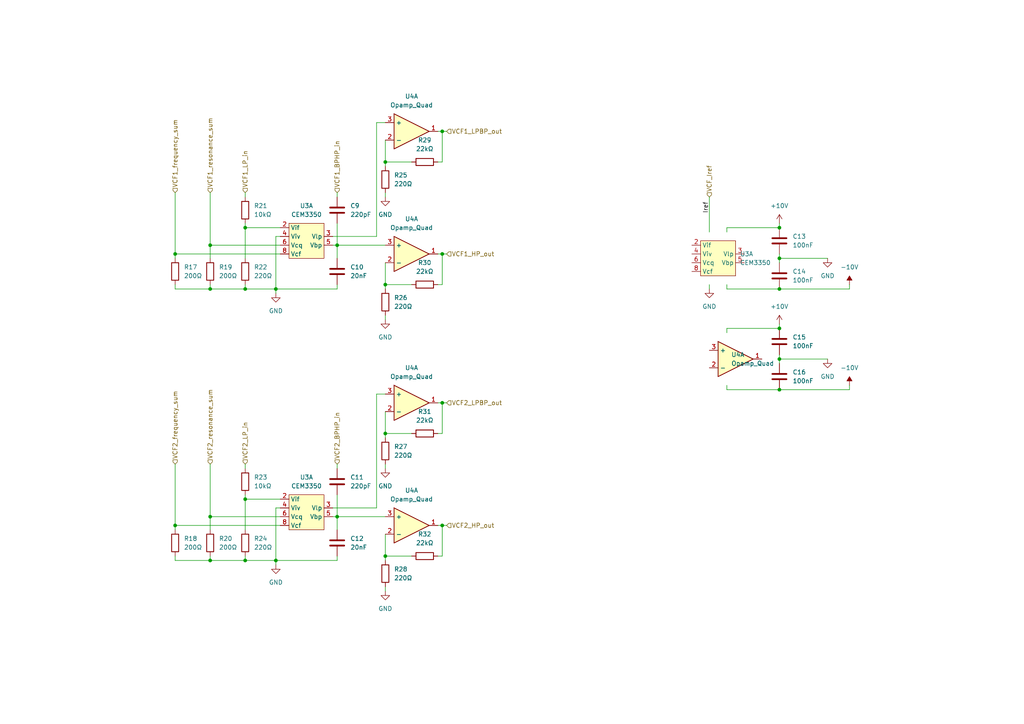
<source format=kicad_sch>
(kicad_sch (version 20210621) (generator eeschema)
  (paper "A4")
  (lib_symbols
    (symbol "Device:C" (pin_numbers hide) (pin_names (offset 0.254))
      (property "Reference" "C" (at 0.635 2.54 0))
      (property "Value" "C" (at 0.635 -2.54 0))
      (symbol "C_0_1"
        (polyline (pts (xy -2.032 -0.762) (xy 2.032 -0.762)) (stroke (width 0.508)))
        (polyline (pts (xy -2.032 0.762) (xy 2.032 0.762)) (stroke (width 0.508)))
      )
      (symbol "C_1_1"
        (pin passive line (at 0 3.81 270) (length 2.794) (name "~") (number "1"))
        (pin passive line (at 0 -3.81 90) (length 2.794) (name "~") (number "2"))
      )
    )
    (symbol "Device:Opamp_Quad"
      (property "Reference" "U" (at 0 5.08 0))
      (property "Value" "Opamp_Quad" (at 0 -5.08 0))
      (symbol "Opamp_Quad_1_1"
        (polyline (pts (xy -5.08 5.08) (xy 5.08 0) (xy -5.08 -5.08) (xy -5.08 5.08)) (stroke (width 0.254)) (fill (type background)))
        (pin output line (at 7.62 0 180) (length 2.54) (name "~") (number "1"))
        (pin input line (at -7.62 -2.54 0) (length 2.54) (name "-") (number "2"))
        (pin input line (at -7.62 2.54 0) (length 2.54) (name "+") (number "3"))
      )
      (symbol "Opamp_Quad_2_1"
        (polyline (pts (xy -5.08 5.08) (xy 5.08 0) (xy -5.08 -5.08) (xy -5.08 5.08)) (stroke (width 0.254)) (fill (type background)))
        (pin input line (at -7.62 2.54 0) (length 2.54) (name "+") (number "5"))
        (pin input line (at -7.62 -2.54 0) (length 2.54) (name "-") (number "6"))
        (pin output line (at 7.62 0 180) (length 2.54) (name "~") (number "7"))
      )
      (symbol "Opamp_Quad_3_1"
        (polyline (pts (xy -5.08 5.08) (xy 5.08 0) (xy -5.08 -5.08) (xy -5.08 5.08)) (stroke (width 0.254)) (fill (type background)))
        (pin input line (at -7.62 2.54 0) (length 2.54) (name "+") (number "10"))
        (pin output line (at 7.62 0 180) (length 2.54) (name "~") (number "8"))
        (pin input line (at -7.62 -2.54 0) (length 2.54) (name "-") (number "9"))
      )
      (symbol "Opamp_Quad_4_1"
        (polyline (pts (xy -5.08 5.08) (xy 5.08 0) (xy -5.08 -5.08) (xy -5.08 5.08)) (stroke (width 0.254)) (fill (type background)))
        (pin input line (at -7.62 2.54 0) (length 2.54) (name "+") (number "12"))
        (pin input line (at -7.62 -2.54 0) (length 2.54) (name "-") (number "13"))
        (pin output line (at 7.62 0 180) (length 2.54) (name "~") (number "14"))
      )
      (symbol "Opamp_Quad_5_1"
        (pin power_in line (at -2.54 -7.62 90) (length 3.81) (name "V-") (number "11"))
        (pin power_in line (at -2.54 7.62 270) (length 3.81) (name "V+") (number "4"))
      )
    )
    (symbol "Device:R" (pin_numbers hide) (pin_names (offset 0))
      (property "Reference" "R" (at 2.032 0 90))
      (property "Value" "R" (at 0 0 90))
      (symbol "R_0_1"
        (rectangle (start -1.016 -2.54) (end 1.016 2.54) (stroke (width 0.254)))
      )
      (symbol "R_1_1"
        (pin passive line (at 0 3.81 270) (length 1.27) (name "~") (number "1"))
        (pin passive line (at 0 -3.81 90) (length 1.27) (name "~") (number "2"))
      )
    )
    (symbol "Modular_Mayhem:CEM3350"
      (property "Reference" "U" (at -6.35 6.35 0))
      (property "Value" "CEM3350" (at 7.62 6.35 0))
      (symbol "CEM3350_0_1"
        (rectangle (start -5.08 5.08) (end 5.08 -5.08) (stroke (width 0.1524)) (fill (type background)))
      )
      (symbol "CEM3350_1_1"
        (pin input line (at -7.62 3.81 0) (length 2.54) (name "Vif") (number "2"))
        (pin bidirectional line (at 7.62 1.27 180) (length 2.54) (name "Vlp") (number "3"))
        (pin input line (at -7.62 1.27 0) (length 2.54) (name "Viv") (number "4"))
        (pin bidirectional line (at 7.62 -1.27 180) (length 2.54) (name "Vbp") (number "5"))
        (pin input line (at -7.62 -1.27 0) (length 2.54) (name "Vcq") (number "6"))
        (pin input line (at -7.62 -3.81 0) (length 2.54) (name "Vcf") (number "8"))
      )
      (symbol "CEM3350_2_1"
        (pin input line (at -7.62 -3.81 0) (length 2.54) (name "Vcf") (number "10"))
        (pin input line (at -7.62 -1.27 0) (length 2.54) (name "Vcq") (number "11"))
        (pin input line (at -7.62 3.81 0) (length 2.54) (name "Vif") (number "12"))
        (pin bidirectional line (at 7.62 1.27 180) (length 2.54) (name "Vlp") (number "13"))
        (pin input line (at -7.62 1.27 0) (length 2.54) (name "Viv") (number "14"))
        (pin bidirectional line (at 7.62 -1.27 180) (length 2.54) (name "Vbp") (number "15"))
      )
      (symbol "CEM3350_3_1"
        (pin input line (at -2.54 7.62 270) (length 2.54) (name "Iref") (number "1"))
        (pin input line (at 2.54 7.62 270) (length 2.54) (name "Vcc") (number "16"))
        (pin input line (at 2.54 -7.62 90) (length 2.54) (name "Vee") (number "7"))
        (pin input line (at -2.54 -7.62 90) (length 2.54) (name "GND") (number "9"))
      )
    )
    (symbol "power:+10V" (power) (pin_names (offset 0))
      (property "Value" "+10V" (at 0 3.556 0))
      (symbol "+10V_0_1"
        (polyline (pts (xy -0.762 1.27) (xy 0 2.54)))
        (polyline (pts (xy 0 0) (xy 0 2.54)))
        (polyline (pts (xy 0 2.54) (xy 0.762 1.27)))
      )
      (symbol "+10V_1_1"
        (pin power_in line (at 0 0 90) (length 0) hide (name "+10V") (number "1"))
      )
    )
    (symbol "power:-10V" (power) (pin_names (offset 0))
      (property "Value" "-10V" (at 0 3.81 0))
      (symbol "-10V_0_0"
        (pin power_in line (at 0 0 90) (length 0) hide (name "-10V") (number "1"))
      )
      (symbol "-10V_0_1"
        (polyline (pts (xy 0 0) (xy 0 1.27) (xy 0.762 1.27) (xy 0 2.54) (xy -0.762 1.27) (xy 0 1.27)) (fill (type outline)))
      )
    )
    (symbol "power:GND" (power) (pin_names (offset 0))
      (property "Value" "GND" (at 0 -3.81 0))
      (symbol "GND_0_1"
        (polyline (pts (xy 0 0) (xy 0 -1.27) (xy 1.27 -1.27) (xy 0 -2.54) (xy -1.27 -1.27) (xy 0 -1.27)))
      )
      (symbol "GND_1_1"
        (pin power_in line (at 0 0 270) (length 0) hide (name "GND") (number "1"))
      )
    )
  )
  (bus_alias "VCF_signals" (members))
  (bus_alias "VCF_power" (members "Iref" "Vcc" "Vee"))
  (bus_alias "VCF_CVs" (members))
  (junction (at 50.8 73.66))
  (junction (at 50.8 152.4))
  (junction (at 60.96 71.12))
  (junction (at 60.96 83.82))
  (junction (at 60.96 149.86))
  (junction (at 60.96 162.56))
  (junction (at 71.12 66.04))
  (junction (at 71.12 83.82))
  (junction (at 71.12 144.78))
  (junction (at 71.12 162.56))
  (junction (at 80.01 83.82))
  (junction (at 80.01 162.56))
  (junction (at 97.79 71.12))
  (junction (at 97.79 149.86))
  (junction (at 111.76 46.99))
  (junction (at 111.76 82.55))
  (junction (at 111.76 125.73))
  (junction (at 111.76 161.29))
  (junction (at 128.27 38.1))
  (junction (at 128.27 73.66))
  (junction (at 128.27 116.84))
  (junction (at 128.27 152.4))
  (junction (at 226.06 66.04))
  (junction (at 226.06 74.93))
  (junction (at 226.06 83.82))
  (junction (at 226.06 95.25))
  (junction (at 226.06 104.14))
  (junction (at 226.06 113.03))
  (wire (pts (xy 50.8 55.88) (xy 50.8 73.66)))
  (wire (pts (xy 50.8 73.66) (xy 50.8 74.93)))
  (wire (pts (xy 50.8 82.55) (xy 50.8 83.82)))
  (wire (pts (xy 50.8 83.82) (xy 60.96 83.82)))
  (wire (pts (xy 50.8 134.62) (xy 50.8 152.4)))
  (wire (pts (xy 50.8 152.4) (xy 50.8 153.67)))
  (wire (pts (xy 50.8 161.29) (xy 50.8 162.56)))
  (wire (pts (xy 50.8 162.56) (xy 60.96 162.56)))
  (wire (pts (xy 60.96 55.88) (xy 60.96 71.12)))
  (wire (pts (xy 60.96 71.12) (xy 60.96 74.93)))
  (wire (pts (xy 60.96 71.12) (xy 81.28 71.12)))
  (wire (pts (xy 60.96 82.55) (xy 60.96 83.82)))
  (wire (pts (xy 60.96 83.82) (xy 71.12 83.82)))
  (wire (pts (xy 60.96 134.62) (xy 60.96 149.86)))
  (wire (pts (xy 60.96 149.86) (xy 60.96 153.67)))
  (wire (pts (xy 60.96 149.86) (xy 81.28 149.86)))
  (wire (pts (xy 60.96 161.29) (xy 60.96 162.56)))
  (wire (pts (xy 60.96 162.56) (xy 71.12 162.56)))
  (wire (pts (xy 71.12 55.88) (xy 71.12 57.15)))
  (wire (pts (xy 71.12 64.77) (xy 71.12 66.04)))
  (wire (pts (xy 71.12 66.04) (xy 71.12 74.93)))
  (wire (pts (xy 71.12 66.04) (xy 81.28 66.04)))
  (wire (pts (xy 71.12 82.55) (xy 71.12 83.82)))
  (wire (pts (xy 71.12 83.82) (xy 80.01 83.82)))
  (wire (pts (xy 71.12 134.62) (xy 71.12 135.89)))
  (wire (pts (xy 71.12 143.51) (xy 71.12 144.78)))
  (wire (pts (xy 71.12 144.78) (xy 71.12 153.67)))
  (wire (pts (xy 71.12 144.78) (xy 81.28 144.78)))
  (wire (pts (xy 71.12 161.29) (xy 71.12 162.56)))
  (wire (pts (xy 71.12 162.56) (xy 80.01 162.56)))
  (wire (pts (xy 80.01 68.58) (xy 80.01 83.82)))
  (wire (pts (xy 80.01 83.82) (xy 80.01 85.09)))
  (wire (pts (xy 80.01 147.32) (xy 80.01 162.56)))
  (wire (pts (xy 80.01 162.56) (xy 80.01 163.83)))
  (wire (pts (xy 81.28 68.58) (xy 80.01 68.58)))
  (wire (pts (xy 81.28 73.66) (xy 50.8 73.66)))
  (wire (pts (xy 81.28 147.32) (xy 80.01 147.32)))
  (wire (pts (xy 81.28 152.4) (xy 50.8 152.4)))
  (wire (pts (xy 96.52 68.58) (xy 109.22 68.58)))
  (wire (pts (xy 96.52 71.12) (xy 97.79 71.12)))
  (wire (pts (xy 96.52 147.32) (xy 109.22 147.32)))
  (wire (pts (xy 96.52 149.86) (xy 97.79 149.86)))
  (wire (pts (xy 97.79 55.88) (xy 97.79 57.15)))
  (wire (pts (xy 97.79 64.77) (xy 97.79 71.12)))
  (wire (pts (xy 97.79 71.12) (xy 97.79 74.93)))
  (wire (pts (xy 97.79 71.12) (xy 111.76 71.12)))
  (wire (pts (xy 97.79 82.55) (xy 97.79 83.82)))
  (wire (pts (xy 97.79 83.82) (xy 80.01 83.82)))
  (wire (pts (xy 97.79 134.62) (xy 97.79 135.89)))
  (wire (pts (xy 97.79 143.51) (xy 97.79 149.86)))
  (wire (pts (xy 97.79 149.86) (xy 97.79 153.67)))
  (wire (pts (xy 97.79 149.86) (xy 111.76 149.86)))
  (wire (pts (xy 97.79 161.29) (xy 97.79 162.56)))
  (wire (pts (xy 97.79 162.56) (xy 80.01 162.56)))
  (wire (pts (xy 109.22 35.56) (xy 111.76 35.56)))
  (wire (pts (xy 109.22 68.58) (xy 109.22 35.56)))
  (wire (pts (xy 109.22 114.3) (xy 111.76 114.3)))
  (wire (pts (xy 109.22 147.32) (xy 109.22 114.3)))
  (wire (pts (xy 111.76 40.64) (xy 111.76 46.99)))
  (wire (pts (xy 111.76 46.99) (xy 111.76 48.26)))
  (wire (pts (xy 111.76 46.99) (xy 119.38 46.99)))
  (wire (pts (xy 111.76 55.88) (xy 111.76 57.15)))
  (wire (pts (xy 111.76 76.2) (xy 111.76 82.55)))
  (wire (pts (xy 111.76 82.55) (xy 111.76 83.82)))
  (wire (pts (xy 111.76 82.55) (xy 119.38 82.55)))
  (wire (pts (xy 111.76 91.44) (xy 111.76 92.71)))
  (wire (pts (xy 111.76 119.38) (xy 111.76 125.73)))
  (wire (pts (xy 111.76 125.73) (xy 111.76 127)))
  (wire (pts (xy 111.76 125.73) (xy 119.38 125.73)))
  (wire (pts (xy 111.76 134.62) (xy 111.76 135.89)))
  (wire (pts (xy 111.76 154.94) (xy 111.76 161.29)))
  (wire (pts (xy 111.76 161.29) (xy 111.76 162.56)))
  (wire (pts (xy 111.76 161.29) (xy 119.38 161.29)))
  (wire (pts (xy 111.76 170.18) (xy 111.76 171.45)))
  (wire (pts (xy 128.27 38.1) (xy 127 38.1)))
  (wire (pts (xy 128.27 38.1) (xy 128.27 46.99)))
  (wire (pts (xy 128.27 38.1) (xy 129.54 38.1)))
  (wire (pts (xy 128.27 46.99) (xy 127 46.99)))
  (wire (pts (xy 128.27 73.66) (xy 127 73.66)))
  (wire (pts (xy 128.27 73.66) (xy 128.27 82.55)))
  (wire (pts (xy 128.27 73.66) (xy 129.54 73.66)))
  (wire (pts (xy 128.27 82.55) (xy 127 82.55)))
  (wire (pts (xy 128.27 116.84) (xy 127 116.84)))
  (wire (pts (xy 128.27 116.84) (xy 128.27 125.73)))
  (wire (pts (xy 128.27 116.84) (xy 129.54 116.84)))
  (wire (pts (xy 128.27 125.73) (xy 127 125.73)))
  (wire (pts (xy 128.27 152.4) (xy 127 152.4)))
  (wire (pts (xy 128.27 152.4) (xy 128.27 161.29)))
  (wire (pts (xy 128.27 152.4) (xy 129.54 152.4)))
  (wire (pts (xy 128.27 161.29) (xy 127 161.29)))
  (wire (pts (xy 205.74 57.15) (xy 205.74 67.31)))
  (wire (pts (xy 205.74 82.55) (xy 205.74 83.82)))
  (wire (pts (xy 210.82 66.04) (xy 210.82 67.31)))
  (wire (pts (xy 210.82 83.82) (xy 210.82 82.55)))
  (wire (pts (xy 210.82 95.25) (xy 210.82 96.52)))
  (wire (pts (xy 210.82 113.03) (xy 210.82 111.76)))
  (wire (pts (xy 226.06 64.77) (xy 226.06 66.04)))
  (wire (pts (xy 226.06 66.04) (xy 210.82 66.04)))
  (wire (pts (xy 226.06 73.66) (xy 226.06 74.93)))
  (wire (pts (xy 226.06 74.93) (xy 226.06 76.2)))
  (wire (pts (xy 226.06 74.93) (xy 240.03 74.93)))
  (wire (pts (xy 226.06 83.82) (xy 210.82 83.82)))
  (wire (pts (xy 226.06 93.98) (xy 226.06 95.25)))
  (wire (pts (xy 226.06 95.25) (xy 210.82 95.25)))
  (wire (pts (xy 226.06 102.87) (xy 226.06 104.14)))
  (wire (pts (xy 226.06 104.14) (xy 226.06 105.41)))
  (wire (pts (xy 226.06 104.14) (xy 240.03 104.14)))
  (wire (pts (xy 226.06 113.03) (xy 210.82 113.03)))
  (wire (pts (xy 246.38 82.55) (xy 246.38 83.82)))
  (wire (pts (xy 246.38 83.82) (xy 226.06 83.82)))
  (wire (pts (xy 246.38 111.76) (xy 246.38 113.03)))
  (wire (pts (xy 246.38 113.03) (xy 226.06 113.03)))
  (label "Iref" (at 205.74 58.42 270))
  (hierarchical_label "VCF1_frequency_sum" (shape input) (at 50.8 55.88 90))
  (hierarchical_label "VCF2_frequency_sum" (shape input) (at 50.8 134.62 90))
  (hierarchical_label "VCF1_resonance_sum" (shape input) (at 60.96 55.88 90))
  (hierarchical_label "VCF2_resonance_sum" (shape input) (at 60.96 134.62 90))
  (hierarchical_label "VCF1_LP_in" (shape input) (at 71.12 55.88 90))
  (hierarchical_label "VCF2_LP_in" (shape input) (at 71.12 134.62 90))
  (hierarchical_label "VCF1_BPHP_in" (shape input) (at 97.79 55.88 90))
  (hierarchical_label "VCF2_BPHP_in" (shape input) (at 97.79 134.62 90))
  (hierarchical_label "VCF1_LPBP_out" (shape input) (at 129.54 38.1 0))
  (hierarchical_label "VCF1_HP_out" (shape input) (at 129.54 73.66 0))
  (hierarchical_label "VCF2_LPBP_out" (shape input) (at 129.54 116.84 0))
  (hierarchical_label "VCF2_HP_out" (shape input) (at 129.54 152.4 0))
  (hierarchical_label "VCF_Iref" (shape input) (at 205.74 57.15 90))
  (symbol (lib_id "power:+10V") (at 226.06 64.77 0)
    (property "Reference" "#PWR021" (effects hide))
    (property "Value" "+10V" (at 226.06 59.69 0))
  )
  (symbol (lib_id "power:+10V") (at 226.06 93.98 0)
    (property "Reference" "#PWR022" (effects hide))
    (property "Value" "+10V" (at 226.06 88.9 0))
  )
  (symbol (lib_id "power:-10V") (at 246.38 82.55 0)
    (property "Reference" "#PWR025" (effects hide))
    (property "Value" "-10V" (at 246.38 77.47 0))
  )
  (symbol (lib_id "power:-10V") (at 246.38 111.76 0)
    (property "Reference" "#PWR026" (effects hide))
    (property "Value" "-10V" (at 246.38 106.68 0))
  )
  (symbol (lib_id "power:GND") (at 80.01 85.09 0)
    (property "Reference" "#PWR014" (effects hide))
    (property "Value" "GND" (at 80.01 90.17 0))
  )
  (symbol (lib_id "power:GND") (at 80.01 163.83 0)
    (property "Reference" "#PWR015" (effects hide))
    (property "Value" "GND" (at 80.01 168.91 0))
  )
  (symbol (lib_id "power:GND") (at 111.76 57.15 0)
    (property "Reference" "#PWR016" (effects hide))
    (property "Value" "GND" (at 111.76 62.23 0))
  )
  (symbol (lib_id "power:GND") (at 111.76 92.71 0)
    (property "Reference" "#PWR017" (effects hide))
    (property "Value" "GND" (at 111.76 97.79 0))
  )
  (symbol (lib_id "power:GND") (at 111.76 135.89 0)
    (property "Reference" "#PWR018" (effects hide))
    (property "Value" "GND" (at 111.76 140.97 0))
  )
  (symbol (lib_id "power:GND") (at 111.76 171.45 0)
    (property "Reference" "#PWR019" (effects hide))
    (property "Value" "GND" (at 111.76 176.53 0))
  )
  (symbol (lib_id "power:GND") (at 205.74 83.82 0)
    (property "Reference" "#PWR020" (effects hide))
    (property "Value" "GND" (at 205.74 88.9 0))
  )
  (symbol (lib_id "power:GND") (at 240.03 74.93 0)
    (property "Reference" "#PWR023" (effects hide))
    (property "Value" "GND" (at 240.03 80.01 0))
  )
  (symbol (lib_id "power:GND") (at 240.03 104.14 0)
    (property "Reference" "#PWR024" (effects hide))
    (property "Value" "GND" (at 240.03 109.22 0))
  )
  (symbol (lib_id "Device:Opamp_Quad") (at 213.36 104.14 0)
    (property "Reference" "U4" (at 212.09 102.8699 0) (effects (justify left)))
    (property "Value" "Opamp_Quad" (at 212.09 105.4099 0) (effects (justify left)))
  )
  (symbol (lib_id "Device:R") (at 50.8 78.74 0)
    (property "Reference" "R17" (at 53.34 77.4699 0) (effects (justify left)))
    (property "Value" "200Ω" (at 53.34 80.0099 0) (effects (justify left)))
  )
  (symbol (lib_id "Device:R") (at 50.8 157.48 0)
    (property "Reference" "R18" (at 53.34 156.2099 0) (effects (justify left)))
    (property "Value" "200Ω" (at 53.34 158.7499 0) (effects (justify left)))
  )
  (symbol (lib_id "Device:R") (at 60.96 78.74 0)
    (property "Reference" "R19" (at 63.5 77.4699 0) (effects (justify left)))
    (property "Value" "200Ω" (at 63.5 80.0099 0) (effects (justify left)))
  )
  (symbol (lib_id "Device:R") (at 60.96 157.48 0)
    (property "Reference" "R20" (at 63.5 156.2099 0) (effects (justify left)))
    (property "Value" "200Ω" (at 63.5 158.7499 0) (effects (justify left)))
  )
  (symbol (lib_id "Device:R") (at 71.12 60.96 0)
    (property "Reference" "R21" (at 73.66 59.6899 0) (effects (justify left)))
    (property "Value" "10kΩ" (at 73.66 62.2299 0) (effects (justify left)))
  )
  (symbol (lib_id "Device:R") (at 71.12 78.74 0)
    (property "Reference" "R22" (at 73.66 77.4699 0) (effects (justify left)))
    (property "Value" "220Ω" (at 73.66 80.0099 0) (effects (justify left)))
  )
  (symbol (lib_id "Device:R") (at 71.12 139.7 0)
    (property "Reference" "R23" (at 73.66 138.4299 0) (effects (justify left)))
    (property "Value" "10kΩ" (at 73.66 140.9699 0) (effects (justify left)))
  )
  (symbol (lib_id "Device:R") (at 71.12 157.48 0)
    (property "Reference" "R24" (at 73.66 156.2099 0) (effects (justify left)))
    (property "Value" "220Ω" (at 73.66 158.7499 0) (effects (justify left)))
  )
  (symbol (lib_id "Device:R") (at 111.76 52.07 0)
    (property "Reference" "R25" (at 114.3 50.7999 0) (effects (justify left)))
    (property "Value" "220Ω" (at 114.3 53.3399 0) (effects (justify left)))
  )
  (symbol (lib_id "Device:R") (at 111.76 87.63 0)
    (property "Reference" "R26" (at 114.3 86.3599 0) (effects (justify left)))
    (property "Value" "220Ω" (at 114.3 88.8999 0) (effects (justify left)))
  )
  (symbol (lib_id "Device:R") (at 111.76 130.81 0)
    (property "Reference" "R27" (at 114.3 129.5399 0) (effects (justify left)))
    (property "Value" "220Ω" (at 114.3 132.0799 0) (effects (justify left)))
  )
  (symbol (lib_id "Device:R") (at 111.76 166.37 0)
    (property "Reference" "R28" (at 114.3 165.0999 0) (effects (justify left)))
    (property "Value" "220Ω" (at 114.3 167.6399 0) (effects (justify left)))
  )
  (symbol (lib_id "Device:R") (at 123.19 46.99 90)
    (property "Reference" "R29" (at 123.19 40.64 90))
    (property "Value" "22kΩ" (at 123.19 43.18 90))
  )
  (symbol (lib_id "Device:R") (at 123.19 82.55 90)
    (property "Reference" "R30" (at 123.19 76.2 90))
    (property "Value" "22kΩ" (at 123.19 78.74 90))
  )
  (symbol (lib_id "Device:R") (at 123.19 125.73 90)
    (property "Reference" "R31" (at 123.19 119.38 90))
    (property "Value" "22kΩ" (at 123.19 121.92 90))
  )
  (symbol (lib_id "Device:R") (at 123.19 161.29 90)
    (property "Reference" "R32" (at 123.19 154.94 90))
    (property "Value" "22kΩ" (at 123.19 157.48 90))
  )
  (symbol (lib_id "Device:C") (at 97.79 60.96 0)
    (property "Reference" "C9" (at 101.6 59.6899 0) (effects (justify left)))
    (property "Value" "220pF" (at 101.6 62.2299 0) (effects (justify left)))
  )
  (symbol (lib_id "Device:C") (at 97.79 78.74 0)
    (property "Reference" "C10" (at 101.6 77.4699 0) (effects (justify left)))
    (property "Value" "20nF" (at 101.6 80.0099 0) (effects (justify left)))
  )
  (symbol (lib_id "Device:C") (at 97.79 139.7 0)
    (property "Reference" "C11" (at 101.6 138.4299 0) (effects (justify left)))
    (property "Value" "220pF" (at 101.6 140.9699 0) (effects (justify left)))
  )
  (symbol (lib_id "Device:C") (at 97.79 157.48 0)
    (property "Reference" "C12" (at 101.6 156.2099 0) (effects (justify left)))
    (property "Value" "20nF" (at 101.6 158.7499 0) (effects (justify left)))
  )
  (symbol (lib_id "Device:C") (at 226.06 69.85 0)
    (property "Reference" "C13" (at 229.87 68.5799 0) (effects (justify left)))
    (property "Value" "100nF" (at 229.87 71.1199 0) (effects (justify left)))
  )
  (symbol (lib_id "Device:C") (at 226.06 80.01 0)
    (property "Reference" "C14" (at 229.87 78.7399 0) (effects (justify left)))
    (property "Value" "100nF" (at 229.87 81.2799 0) (effects (justify left)))
  )
  (symbol (lib_id "Device:C") (at 226.06 99.06 0)
    (property "Reference" "C15" (at 229.87 97.7899 0) (effects (justify left)))
    (property "Value" "100nF" (at 229.87 100.3299 0) (effects (justify left)))
  )
  (symbol (lib_id "Device:C") (at 226.06 109.22 0)
    (property "Reference" "C16" (at 229.87 107.9499 0) (effects (justify left)))
    (property "Value" "100nF" (at 229.87 110.4899 0) (effects (justify left)))
  )
  (symbol (lib_id "Modular_Mayhem:CEM3350") (at 88.9 69.85 0)
    (property "Reference" "U3" (at 88.9 59.69 0))
    (property "Value" "CEM3350" (at 88.9 62.23 0))
  )
  (symbol (lib_id "Modular_Mayhem:CEM3350") (at 88.9 148.59 0)
    (property "Reference" "U3" (at 88.9 138.43 0))
    (property "Value" "CEM3350" (at 88.9 140.97 0))
  )
  (symbol (lib_id "Modular_Mayhem:CEM3350") (at 208.28 74.93 0)
    (property "Reference" "U3" (at 214.63 73.6599 0) (effects (justify left)))
    (property "Value" "CEM3350" (at 214.63 76.1999 0) (effects (justify left)))
  )
  (symbol (lib_id "Device:Opamp_Quad") (at 119.38 38.1 0)
    (property "Reference" "U4" (at 119.38 27.94 0))
    (property "Value" "Opamp_Quad" (at 119.38 30.48 0))
  )
  (symbol (lib_id "Device:Opamp_Quad") (at 119.38 73.66 0)
    (property "Reference" "U4" (at 119.38 63.5 0))
    (property "Value" "Opamp_Quad" (at 119.38 66.04 0))
  )
  (symbol (lib_id "Device:Opamp_Quad") (at 119.38 116.84 0)
    (property "Reference" "U4" (at 119.38 106.68 0))
    (property "Value" "Opamp_Quad" (at 119.38 109.22 0))
  )
  (symbol (lib_id "Device:Opamp_Quad") (at 119.38 152.4 0)
    (property "Reference" "U4" (at 119.38 142.24 0))
    (property "Value" "Opamp_Quad" (at 119.38 144.78 0))
  )
)
</source>
